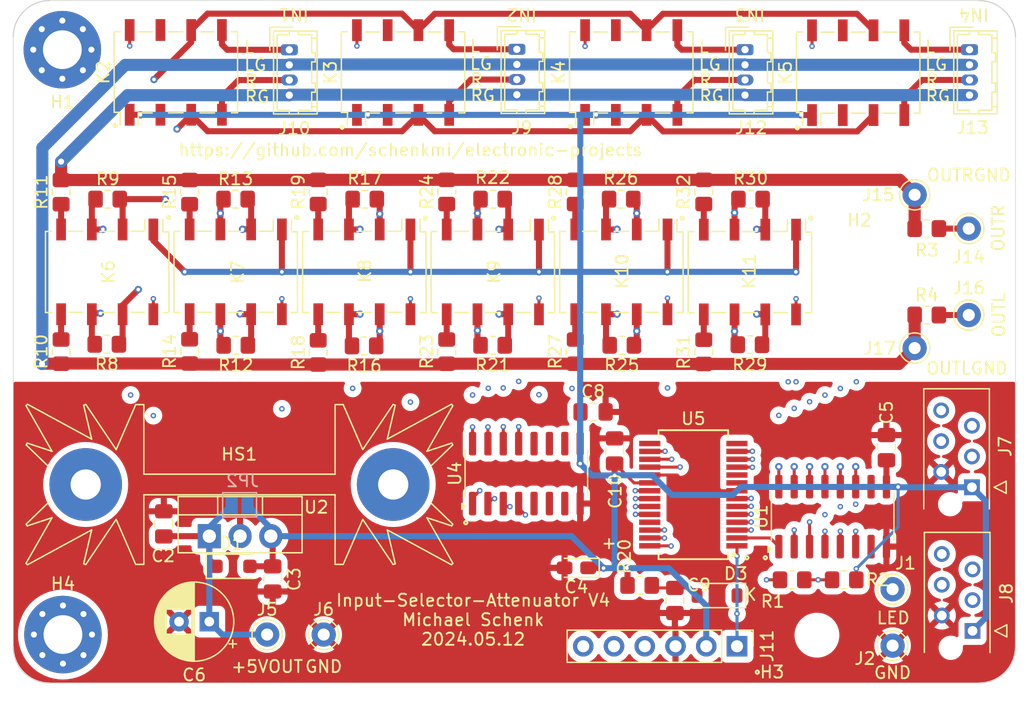
<source format=kicad_pcb>
(kicad_pcb (version 20240108) (generator "pcbnew") (generator_version "8.0")
  (layers (0 "F.Cu" mixed) (1 "In1.Cu" signal) (2 "In2.Cu" signal) (31 "B.Cu" mixed) (34 "B.Paste" user) (35 "F.Paste" user) (36 "B.SilkS" user "B.Silkscreen") (37 "F.SilkS" user "F.Silkscreen") (38 "B.Mask" user) (39 "F.Mask" user) (44 "Edge.Cuts" user))
  (net 0 "")
  (net 1 "GND")
  (net 2 "+5V")
  (net 3 "Net-(D3-A)")
  (net 4 "Net-(D3-K)")
  (net 5 "RC0{slash}CHA")
  (net 6 "Net-(J1-Pin_1)")
  (net 7 "RC2{slash}SW")
  (net 9 "GND1")
  (net 10 "GND2")
  (net 11 "Net-(K2-Pad3)")
  (net 12 "RC5{slash}CHA")
  (net 13 "RC7{slash}SW")
  (net 15 "Net-(J10-Pin_1)")
  (net 16 "Net-(J10-Pin_3)")
  (net 18 "Net-(J14-Pin_1)")
  (net 19 "Net-(K2-Pad6)")
  (net 20 "Net-(J16-Pin_1)")
  (net 21 "Net-(K6-Pad3)")
  (net 22 "Net-(J9-Pin_1)")
  (net 23 "Net-(J9-Pin_3)")
  (net 24 "Net-(J12-Pin_1)")
  (net 25 "Net-(J12-Pin_3)")
  (net 26 "Net-(J13-Pin_1)")
  (net 27 "Net-(J13-Pin_3)")
  (net 28 "ICSPDAT")
  (net 29 "ICSPCLK")
  (net 30 "Net-(U4-O1)")
  (net 31 "Net-(U4-O2)")
  (net 32 "Net-(U4-O3)")
  (net 41 "Net-(K7-Pad3)")
  (net 42 "Net-(K6-Pad4)")
  (net 43 "Net-(K6-Pad5)")
  (net 44 "Net-(K6-Pad6)")
  (net 45 "Net-(U4-O4)")
  (net 46 "Net-(K7-Pad6)")
  (net 47 "Net-(K7-Pad4)")
  (net 48 "Net-(K7-Pad5)")
  (net 49 "Net-(U1-O1)")
  (net 50 "Net-(K8-Pad4)")
  (net 51 "Net-(K8-Pad5)")
  (net 52 "Net-(U1-O2)")
  (net 53 "Net-(K9-Pad4)")
  (net 54 "Net-(K9-Pad5)")
  (net 55 "Net-(K8-Pad3)")
  (net 56 "Net-(K8-Pad6)")
  (net 57 "Net-(U1-O3)")
  (net 58 "Net-(K10-Pad4)")
  (net 59 "Net-(K10-Pad5)")
  (net 60 "Net-(K10-Pad7)")
  (net 61 "Net-(U1-O4)")
  (net 62 "Net-(K10-Pad6)")
  (net 63 "Net-(K11-Pad4)")
  (net 64 "Net-(K11-Pad5)")
  (net 65 "Net-(U1-O5)")
  (net 66 "Net-(U1-O6)")
  (net 67 "Net-(U5-RB5)")
  (net 70 "Net-(U4-I1)")
  (net 71 "Net-(U4-I2)")
  (net 72 "Net-(U4-I3)")
  (net 73 "ATT_0")
  (net 74 "ATT_1")
  (net 75 "ATT_2")
  (net 76 "ATT_3")
  (net 77 "ATT_4")
  (net 78 "ATT_5")
  (net 79 "Net-(U4-I4)")
  (net 86 "Net-(K10-Pad2)")
  (net 87 "Net-(K10-Pad3)")
  (net 93 "RC1{slash}CHB")
  (net 94 "RC6{slash}CHB")
  (net 95 "Net-(D1-K)")
  (footprint "Capacitor_SMD:C_0805_2012Metric_Pad1.18x1.45mm_HandSolder" (layer "F.Cu") (at 129.286 101.6508 90)
    (property "Reference" "C2")
    (property "Value" "330nF")
  )
  (footprint "Capacitor_SMD:C_0805_2012Metric_Pad1.18x1.45mm_HandSolder" (layer "F.Cu") (at 138.2776 106.2013 -90)
    (property "Reference" "C3")
    (property "Value" "100nF")
  )
  (footprint "Capacitor_SMD:C_0805_2012Metric_Pad1.18x1.45mm_HandSolder" (layer "F.Cu") (at 188.976 95.3555 -90)
    (property "Reference" "C5")
    (property "Value" "100nF")
  )
  (footprint "MountingHole:MountingHole_3.2mm_M3" (layer "F.Cu") (at 186.7408 80.772)
    (property "Reference" "H2")
    (property "Value" "MountingHole")
  )
  (footprint "MountingHole:MountingHole_3.2mm_M3" (layer "F.Cu") (at 183.2356 110.8456)
    (property "Reference" "H3")
    (property "Value" "MountingHole")
  )
  (footprint "MountingHole:MountingHole_3.2mm_M3_Pad_Via" (layer "F.Cu") (at 120.9548 110.7948)
    (property "Reference" "H4")
    (property "Value" "MountingHole")
  )
  (footprint "Connector_Pin:Pin_D1.0mm_L10.0mm" (layer "F.Cu") (at 189.484 107.047482)
    (property "Reference" "J1")
    (property "Value" "LED")
  )
  (footprint "Connector_Pin:Pin_D1.0mm_L10.0mm" (layer "F.Cu") (at 189.484 111.7092)
    (property "Reference" "J2")
    (property "Value" "GND")
  )
  (footprint "Connector_Pin:Pin_D1.0mm_L10.0mm" (layer "F.Cu") (at 137.8204 110.7948)
    (property "Reference" "J5")
    (property "Value" "+VIN")
  )
  (footprint "Connector_Pin:Pin_D1.0mm_L10.0mm" (layer "F.Cu") (at 142.494 110.7948)
    (property "Reference" "J6")
    (property "Value" "GND")
  )
  (footprint "Connector_Pin:Pin_D1.0mm_L10.0mm" (layer "F.Cu") (at 195.776364 77.263242)
    (property "Reference" "J14")
    (property "Value" "OUT_R")
  )
  (footprint "Connector_Pin:Pin_D1.0mm_L10.0mm" (layer "F.Cu") (at 191.306062 74.469242)
    (property "Reference" "J15")
    (property "Value" "OUT_GNDR")
  )
  (footprint "Connector_Pin:Pin_D1.0mm_L10.0mm" (layer "F.Cu") (at 195.776364 84.402499)
    (property "Reference" "J16")
    (property "Value" "OUT_L")
  )
  (footprint "Connector_Pin:Pin_D1.0mm_L10.0mm" (layer "F.Cu") (at 191.306062 87.131767)
    (property "Reference" "J17")
    (property "Value" "OUT_GNDL")
  )
  (footprint "Relay_SMD:Relay_DPDT_Omron_G6K-2F" (layer "F.Cu") (at 130.2766 64.3584 90)
    (property "Reference" "K2")
    (property "Value" "G6K-2F DC5")
  )
  (footprint "Relay_SMD:Relay_DPDT_Omron_G6K-2F" (layer "F.Cu") (at 149.0472 64.3688 90)
    (property "Reference" "K3")
    (property "Value" "G6K-2F DC5")
  )
  (footprint "Relay_SMD:Relay_DPDT_Omron_G6K-2F" (layer "F.Cu") (at 167.894 64.3688 90)
    (property "Reference" "K4")
    (property "Value" "G6K-2F DC5")
  )
  (footprint "Relay_SMD:Relay_DPDT_Omron_G6K-2F" (layer "F.Cu") (at 186.6392 64.3838 90)
    (property "Reference" "K5")
    (property "Value" "G6K-2F DC5")
  )
  (footprint "Resistor_SMD:R_0805_2012Metric_Pad1.20x1.40mm_HandSolder" (layer "F.Cu") (at 181.1876 106.2736)
    (property "Reference" "R1")
    (property "Value" "330R")
  )
  (footprint "Resistor_SMD:R_0805_2012Metric_Pad1.20x1.40mm_HandSolder" (layer "F.Cu") (at 185.4868 106.2736 180)
    (property "Reference" "R2")
    (property "Value" "330R")
  )
  (footprint "Resistor_SMD:R_0805_2012Metric_Pad1.20x1.40mm_HandSolder" (layer "F.Cu") (at 192.305964 84.402499)
    (property "Reference" "R4")
    (property "Value" "10k/0.1%")
  )
  (footprint "MountingHole:MountingHole_3.2mm_M3_Pad_Via" (layer "F.Cu") (at 120.904 62.484)
    (property "Reference" "H1")
    (property "Value" "MountingHole")
  )
  (footprint "Resistor_SMD:R_0805_2012Metric_Pad1.20x1.40mm_HandSolder" (layer "F.Cu") (at 192.305964 77.263242)
    (property "Reference" "R3")
    (property "Value" "10k/0.1%")
  )
  (footprint "Package_SO:SOIC-16_3.9x9.9mm_P1.27mm" (layer "F.Cu") (at 159.2326 97.4994 90)
    (property "Reference" "U4")
    (property "Value" "ULN2003A")
  )
  (footprint "Package_TO_SOT_THT:TO-220-3_Vertical" (layer "F.Cu") (at 133.0452 102.6668)
    (property "Reference" "U2")
    (property "Value" "L7805")
  )
  (footprint "Capacitor_Tantalum_SMD:CP_EIA-2012-12_Kemet-R_Pad1.30x1.05mm_HandSolder" (layer "F.Cu") (at 163.363 105.283 180)
    (property "Reference" "C4")
    (property "Value" "10uF")
  )
  (footprint "Package_SO:SOIC-16_3.9x9.9mm_P1.27mm" (layer "F.Cu") (at 184.531 101.0554 90)
    (property "Reference" "U1")
    (property "Value" "ULN2003A")
  )
  (footprint "Connector_TE-Connectivity:TE_Micro-MaTch_215079-6_2x03_P1.27mm_Vertical" (layer "F.Cu") (at 196.0372 98.6282 180)
    (property "Reference" "J7")
    (property "Value" "TE MicroMatch")
  )
  (footprint "Resistor_SMD:R_0805_2012Metric_Pad1.20x1.40mm_HandSolder" (layer "F.Cu") (at 135.2296 86.9 180)
    (property "Reference" "R12")
    (property "Value" "2.94k/0.1%")
  )
  (footprint "Capacitor_SMD:C_0805_2012Metric_Pad1.18x1.45mm_HandSolder" (layer "F.Cu") (at 164.7444 92.4052)
    (property "Reference" "C8")
    (property "Value" "100nF")
  )
  (footprint "Resistor_SMD:R_0805_2012Metric_Pad1.20x1.40mm_HandSolder" (layer "F.Cu") (at 156.448 74.8284 180)
    (property "Reference" "R22")
    (property "Value" "7.5k/0.1%")
  )
  (footprint "Connector_Hirose:Hirose_DF13-04P-1.25DSA_1x04_P1.25mm_Vertical" (layer "F.Cu") (at 139.6492 62.4932 -90)
    (property "Reference" "J10")
    (property "Value" "Conn_01x04")
  )
  (footprint "Heatsink:Heatsink_Fischer_SK104-STC-STIC_35x13mm_2xDrill2.5mm" (layer "F.Cu") (at 135.5344 98.3996)
    (property "Reference" "HS1")
    (property "Value" "Heatsink")
  )
  (footprint "Resistor_SMD:R_0805_2012Metric_Pad1.20x1.40mm_HandSolder" (layer "F.Cu") (at 135.2136 74.8284 180)
    (property "Reference" "R13")
    (property "Value" "2.94k/0.1%")
  )
  (footprint "Relay_SMD:Relay_DPDT_Omron_G6K-2F" (layer "F.Cu") (at 177.6984 80.8496 -90)
    (property "Reference" "K11")
    (property "Value" "G6K-2F DC5")
  )
  (footprint "Resistor_SMD:R_0805_2012Metric_Pad1.20x1.40mm_HandSolder" (layer "F.Cu") (at 173.8884 87.4428 90)
    (property "Reference" "R31")
    (property "Value" "40.2R/0.1%")
  )
  (footprint "Resistor_SMD:R_0805_2012Metric_Pad1.20x1.40mm_HandSolder" (layer "F.Cu") (at 167.116 86.9 180)
    (property "Reference" "R25")
    (property "Value" "9.31k/0.1%")
  )
  (footprint "Diode_SMD:D_SOD-123" (layer "F.Cu") (at 174.9816 107.572 180)
    (property "Reference" "D3")
    (property "Value" "1N4148W")
  )
  (footprint "Resistor_SMD:R_0805_2012Metric_Pad1.20x1.40mm_HandSolder" (layer "F.Cu") (at 131.4196 87.4052 90)
    (property "Reference" "R14")
    (property "Value" "24.3k/0.1%")
  )
  (footprint "Resistor_SMD:R_0805_2012Metric_Pad1.20x1.40mm_HandSolder" (layer "F.Cu") (at 145.8816 74.8284 180)
    (property "Reference" "R17")
    (property "Value" "4.99k/0.1%")
  )
  (footprint "Resistor_SMD:R_0805_2012Metric_Pad1.20x1.40mm_HandSolder" (layer "F.Cu") (at 124.5776 86.8172 180)
    (property "Reference" "R8")
    (property "Value" "1.58k/0.1%")
  )
  (footprint "Relay_SMD:Relay_DPDT_Omron_G6K-2F" (layer "F.Cu") (at 124.6124 80.836 -90)
    (property "Reference" "K6")
    (property "Value" "G6K-2F DC5")
  )
  (footprint "Resistor_SMD:R_0805_2012Metric_Pad1.20x1.40mm_HandSolder" (layer "F.Cu") (at 177.6984 86.8492 180)
    (property "Reference" "R29")
    (property "Value" "10k/0.1%")
  )
  (footprint "Relay_SMD:Relay_DPDT_Omron_G6K-2F" (layer "F.Cu") (at 135.2296 80.8308 -90)
    (property "Reference" "K7")
    (property "Value" "G6K-2F DC5")
  )
  (footprint "Capacitor_SMD:C_0805_2012Metric_Pad1.18x1.45mm_HandSolder" (layer "F.Cu") (at 166.5224 95.6271 90)
    (property "Reference" "C10")
    (property "Value" "100nF")
  )
  (footprint "Resistor_SMD:R_0805_2012Metric_Pad1.20x1.40mm_HandSolder" (layer "F.Cu") (at 177.7492 74.8284 180)
    (property "Reference" "R30")
    (property "Value" "10k/0.1%")
  )
  (footprint "Resistor_SMD:R_0805_2012Metric_Pad1.20x1.40mm_HandSolder" (layer "F.Cu") (at 120.8024 74.248 90)
    (property "Reference" "R11")
    (property "Value" "53.6k/0.1%")
  )
  (footprint "Resistor_SMD:R_0805_2012Metric_Pad1.20x1.40mm_HandSolder" (layer "F.Cu") (at 167.0652 74.8284 180)
    (property "Reference" "R26")
    (property "Value" "9.31k/0.1%")
  )
  (footprint "Connector_Hirose:Hirose_DF13-04P-1.25DSA_1x04_P1.25mm_Vertical" (layer "F.Cu") (at 158.4452 62.4532 -90)
    (property "Reference" "J9")
    (property "Value" "Conn_01x04")
  )
  (footprint "Resistor_SMD:R_0805_2012Metric_Pad1.20x1.40mm_HandSolder" (layer "F.Cu") (at 145.8308 86.9508 180)
    (property "Reference" "R16")
    (property "Value" "4.99k/0.1%")
  )
  (footprint "Capacitor_THT:CP_Radial_D6.3mm_P2.50mm" (layer "F.Cu") (at 133.0452 109.728 180)
    (property "Reference" "C6")
    (property "Value" "220uF/10V")
  )
  (footprint "Resistor_SMD:R_0805_2012Metric_Pad1.20x1.40mm_HandSolder" (layer "F.Cu") (at 163.2712 87.424 90)
    (property "Reference" "R27")
    (property "Value" "681R/0.1%")
  )
  (footprint "Resistor_SMD:R_0805_2012Metric_Pad1.20x1.40mm_HandSolder" (layer "F.Cu") (at 131.4196 74.248 90)
    (property "Reference" "R15")
    (property "Value" "24.3k/0.1%")
  )
  (footprint "Diode_SMD:D_SOD-123F" (layer "F.Cu") (at 134.998 105.156)
    (property "Reference" "D1")
    (property "Value" "SM4002PL-TP")
  )
  (footprint "Resistor_SMD:R_0805_2012Metric_Pad1.20x1.40mm_HandSolder" (layer "F.Cu") (at 156.448 86.9 180)
    (property "Reference" "R21")
    (property "Value" "7.5k/0.1%")
  )
  (footprint "Resistor_SMD:R_0805_2012Metric_Pad1.20x1.40mm_HandSolder" (layer "F.Cu") (at 124.6472 74.8284 180)
    (property "Reference" "R9")
    (property "Value" "1.58k/0.1%")
  )
  (footprint "Resistor_SMD:R_0805_2012Metric_Pad1.20x1.40mm_HandSolder" (layer "F.Cu") (at 120.8024 87.424 90)
    (property "Reference" "R10")
    (property "Value" "53.6k/0.1%")
  )
  (footprint "Resistor_SMD:R_0805_2012Metric_Pad1.20x1.40mm_HandSolder" (layer "F.Cu") (at 152.654 74.2348 90)
    (property "Reference" "R24")
    (property "Value" "3.32k/0.1%")
  )
  (footprint "Connector_TE-Connectivity:TE_Micro-MaTch_215079-6_2x03_P1.27mm_Vertical" (layer "F.Cu") (at 196.088 110.49 180)
    (property "Reference" "J8")
    (property "Value" "TE MicroMatch")
  )
  (footprint "Resistor_SMD:R_0805_2012Metric_Pad1.20x1.40mm_HandSolder" (layer "F.Cu") (at 163.2712 74.2348 90)
    (property "Reference" "R28")
    (property "Value" "681R/0.1%")
  )
  (footprint "Resistor_SMD:R_0805_2012Metric_Pad1.20x1.40mm_HandSolder" (layer "F.Cu") (at 152.654 87.424 90)
    (property "Reference" "R23")
    (property "Value" "3.32k/0.1%")
  )
  (footprint "Resistor_SMD:R_0805_2012Metric_Pad1.20x1.40mm_HandSolder" (layer "F.Cu") (at 142.039092 74.2348 90)
    (property "Reference" "R19")
    (property "Value" "10k/0.1%")
  )
  (footprint "Resistor_SMD:R_0805_2012Metric_Pad1.20x1.40mm_HandSolder" (layer "F.Cu") (at 168.5892 106.7308)
    (property "Reference" "R20")
    (property "Value" "4.7k")
  )
  (footprint "Connector_Hirose:Hirose_DF13-04P-1.25DSA_1x04_P1.25mm_Vertical" (layer "F.Cu") (at 195.834 62.484 -90)
    (property "Reference" "J13")
    (property "Value" "Conn_01x04")
  )
  (footprint "Relay_SMD:Relay_DPDT_Omron_G6K-2F" (layer "F.Cu") (at 167.0812 80.836 -90)
    (property "Reference" "K10")
    (property "Value" "G6K-2F DC5")
  )
  (footprint "Capacitor_SMD:C_0805_2012Metric_Pad1.18x1.45mm_HandSolder" (layer "F.Cu") (at 171.5008 107.9793 -90)
    (property "Reference" "C9")
    (property "Value" "10nF")
  )
  (footprint "Resistor_SMD:R_0805_2012Metric_Pad1.20x1.40mm_HandSolder" (layer "F.Cu") (at 142.039092 87.4908 90)
    (property "Reference" "R18")
    (property "Value" "10k/0.1%")
  )
  (footprint "Relay_SMD:Relay_DPDT_Omron_G6K-2F" (layer "F.Cu") (at 156.464 80.8412 -90)
    (property "Reference" "K9")
    (property "Value" "G6K-2F DC5")
  )
  (footprint "Resistor_SMD:R_0805_2012Metric_Pad1.20x1.40mm_HandSolder" (layer "F.Cu") (at 173.8884 74.2348 90)
    (property "Reference" "R32")
    (property "Value" "40.2R/0.1%")
  )
  (footprint "Relay_SMD:Relay_DPDT_Omron_G6K-2F" (layer "F.Cu") (at 145.849092 80.836 -90)
    (property "Reference" "K8")
    (property "Value" "G6K-2F DC5")
  )
  (footprint "Connector_PinHeader_2.54mm:PinHeader_1x06_P2.54mm_Vertical" (layer "F.Cu") (at 176.6316 111.76 -90)
    (property "Reference" "J11")
    (property "Value" "Conn_01x06_Male")
  )
  (footprint "Connector_Hirose:Hirose_DF13-04P-1.25DSA_1x04_P1.25mm_Vertical" (layer "F.Cu") (at 177.292 62.484 -90)
    (property "Reference" "J12")
    (property "Value" "Conn_01x04")
  )
  (footprint "Package_SO:SSOP-28_5.3x10.2mm_P0.65mm" (layer "F.Cu") (at 173.0248 99.2408 180)
    (property "Reference" "U5")
    (property "Value" "PIC16F18056-I/SS")
  )
  (footprint "Jumper:SolderJumper-2_P1.3mm_Open_Pad1.0x1.5mm" (layer "B.Cu") (at 135.5448 100.076)
    (property "Reference" "JP2")
    (property "Value" "SolderJumper_2_Open")
  )
  (gr_line (start 116.850329 111.797671) (end 116.850328 61.430328) (stroke (width 0.05)) (layer "Edge.Cuts"))
  (gr_line (start 196.63368 114.79768) (end 119.850329 114.797671) (stroke (width 0.05)) (layer "Edge.Cuts"))
  (gr_arc (start 199.63368 111.79768) (mid 198.755 113.919) (end 196.63368 114.79768) (stroke (width 0.1)) (layer "Edge.Cuts"))
  (gr_line (start 199.633674 61.430326) (end 199.63368 111.79768) (stroke (width 0.05)) (layer "Edge.Cuts"))
  (gr_arc (start 119.850329 114.797671) (mid 117.729 113.919) (end 116.850329 111.797671) (stroke (width 0.1)) (layer "Edge.Cuts"))
  (gr_arc (start 196.633674 58.430326) (mid 198.755 59.309) (end 199.633674 61.430326) (stroke (width 0.1)) (layer "Edge.Cuts"))
  (gr_arc (start 116.850328 61.430328) (mid 117.729 59.309) (end 119.850328 58.430328) (stroke (width 0.1)) (layer "Edge.Cuts"))
  (gr_line (start 119.850328 58.430328) (end 196.633674 58.430326) (stroke (width 0.05)) (layer "Edge.Cuts"))
  (gr_text "OUTL" (at 198.265564 84.402499 90) (layer "F.SilkS") (effects (font (size 1 1))))
  (gr_text "+5VOUT" (at 137.8204 113.4364 0) (layer "F.SilkS") (effects (font (size 1 1))))
  (gr_text "GND" (at 142.494 113.4364 0) (layer "F.SilkS") (effects (font (size 1 1))))
  (gr_text "GND" (at 189.484 113.9444 0) (layer "F.SilkS") (effects (font (size 1 1))))
  (gr_text "OUTLGND" (at 195.6308 88.7984 0) (layer "F.SilkS") (effects (font (size 1 1))))
  (gr_text "OUTRGND" (at 195.7832 72.8472 0) (layer "F.SilkS") (effects (font (size 1 1))))
  (gr_text "Input-Selector-Attenuator V4\nMichael Schenk\n2024.05.12" (at 154.8384 109.5756 0) (layer "F.SilkS") (effects (font (size 1 1))))
  (gr_text "LED" (at 189.5348 109.4232 0) (layer "F.SilkS") (effects (font (size 1 1))))
  (gr_text "IN2" (at 158.849918 59.5884 180) (layer "F.SilkS") (effects (font (size 1 1))))
  (gr_text "°" (at 178.9684 104.8512 0) (layer "F.SilkS") (effects (font (size 1 1))))
  (gr_text "https://github.com/schenkmi/electronic-projects" (at 149.6568 70.7644 0) (layer "F.SilkS") (effects (font (size 1 1))))
  (gr_text "°" (at 129.6924 76.7588 0) (layer "F.SilkS") (effects (font (size 1 1))))
  (gr_text "°" (at 154.2288 101.9556 0) (layer "F.SilkS") (effects (font (size 1 1))))
  (gr_text "L" (at 173.3804 62.8396 0) (layer "F.SilkS") (effects (font (size 1 1)) (justify left bottom)))
  (gr_text "R" (at 192.1256 65.5828 0) (layer "F.SilkS") (effects (font (size 1 1)) (justify left bottom)))
  (gr_text "°" (at 140.2588 76.7588 0) (layer "F.SilkS") (effects (font (size 1 1))))
  (gr_text "R" (at 135.89 65.6336 0) (layer "F.SilkS") (effects (font (size 1 1)) (justify left bottom)))
  (gr_text "°" (at 172.1104 76.8096 0) (layer "F.SilkS") (effects (font (size 1 1))))
  (gr_text "°" (at 162.8648 69.2404 0) (layer "F.SilkS") (effects (font (size 1 1))))
  (gr_text "LG" (at 154.4828 64.2112 0) (layer "F.SilkS") (effects (font (size 1 1)) (justify left bottom)))
  (gr_text "°" (at 181.61 69.342 0) (layer "F.SilkS") (effects (font (size 1 1))))
  (gr_text "°" (at 177.4444 104.8512 0) (layer "F.SilkS") (effects (font (size 1 1))))
  (gr_text "°" (at 161.4932 76.8096 0) (layer "F.SilkS") (effects (font (size 1 1))))
  (gr_text "L" (at 192.0748 62.8396 0) (layer "F.SilkS") (effects (font (size 1 1)) (justify left bottom)))
  (gr_text "R" (at 154.5336 65.532 0) (layer "F.SilkS") (effects (font (size 1 1)) (justify left bottom)))
  (gr_text "RG" (at 192.1256 66.9036 0) (layer "F.SilkS") (effects (font (size 1 1)) (justify left bottom)))
  (gr_text "°" (at 150.876 76.8096 0) (layer "F.SilkS") (effects (font (size 1 1))))
  (gr_text "L" (at 135.8392 62.8904 0) (layer "F.SilkS") (effects (font (size 1 1)) (justify left bottom)))
  (gr_text "LG" (at 135.8392 64.3128 0) (layer "F.SilkS") (effects (font (size 1 1)) (justify left bottom)))
  (gr_text "LG" (at 173.3804 64.262 0) (layer "F.SilkS") (effects (font (size 1 1)) (justify left bottom)))
  (gr_text "°" (at 178.308 114.3 0) (layer "F.SilkS") (effects (font (size 1 1))))
  (gr_text "°" (at 144.018 69.2912 0) (layer "F.SilkS") (effects (font (size 1 1))))
  (gr_text "L" (at 154.4828 62.7888 0) (layer "F.SilkS") (effects (font (size 1 1)) (justify left bottom)))
  (gr_text "°" (at 182.7276 76.8096 0) (layer "F.SilkS") (effects (font (size 1 1))))
  (gr_text "R" (at 173.4312 65.5828 0) (layer "F.SilkS") (effects (font (size 1 1)) (justify left bottom)))
  (gr_text "IN1" (at 140.0048 59.5884 180) (layer "F.SilkS") (effects (font (size 1 1))))
  (gr_text "K" (at 177.7492 107.4928 0) (layer "F.SilkS") (effects (font (size 1 1))))
  (gr_text "LG" (at 192.0748 64.262 0) (layer "F.SilkS") (effects (font (size 1 1)) (justify left bottom)))
  (gr_text "+" (at 165.348 103.7984 0) (layer "F.SilkS") (effects (font (size 1 1)) (justify left bottom)))
  (gr_text "RG" (at 154.5336 66.8528 0) (layer "F.SilkS") (effects (font (size 1 1)) (justify left bottom)))
  (gr_text "IN3" (at 177.699436 59.5884 180) (layer "F.SilkS") (effects (font (size 1 1))))
  (gr_text "°" (at 125.2728 69.1388 0) (layer "F.SilkS") (effects (font (size 1 1))))
  (gr_text "IN4" (at 196.1896 59.5884 180) (layer "F.SilkS") (effects (font (size 1 1))))
  (gr_text "RG" (at 135.89 66.9544 0) (layer "F.SilkS") (effects (font (size 1 1)) (justify left bottom)))
  (gr_text "OUTR" (at 198.214764 77.212442 90) (layer "F.SilkS") (effects (font (size 1 1))))
  (gr_text "RG" (at 173.4312 66.9036 0) (layer "F.SilkS") (effects (font (size 1 1)) (justify left bottom)))
  (segment (start 172.9822 98.9158) (end 171.6822 97.6158) (width 0.25) (layer "F.Cu") (net 1))
  (segment (start 176.6248 98.9158) (end 172.9822 98.9158) (width 0.25) (layer "F.Cu") (net 1))
  (segment (start 169.4248 97.6158) (end 171.6822 97.6158) (width 0.25) (layer "F.Cu") (net 1))
  (segment (start 169.4248 98.2658) (end 168.1236 98.2658) (width 0.25) (layer "F.Cu") (net 2))
  (segment (start 188.976 98.5804) (end 188.976 96.393) (width 0.5) (layer "F.Cu") (net 2))
  (segment (start 136.398 105.156) (end 138.2698 105.156) (width 0.5) (layer "F.Cu") (net 2))
  (segment (start 170.8912 80.8228) (end 170.878 80.836) (width 0.5) (layer "F.Cu") (net 2))
  (segment (start 139.0396 80.836) (end 139.0396 77.3308) (width 0.5) (layer "F.Cu") (net 2))
  (segment (start 181.5084 80.8228) (end 181.4952 80.836) (width 0.5) (layer "F.Cu") (net 2))
  (segment (start 145.2372 67.8688) (end 146.1516 67.8688) (width 0.5) (layer "F.Cu") (net 2))
  (segment (start 165.5826 105.283) (end 165.608 105.3084) (width 0.5) (layer "F.Cu") (net 2))
  (segment (start 149.659092 80.833708) (end 149.6568 80.836) (width 0.5) (layer "F.Cu") (net 2))
  (segment (start 181.5084 77.3496) (end 181.5084 80.8228) (width 0.5) (layer "F.Cu") (net 2))
  (segment (start 164.338 105.283) (end 165.5826 105.283) (width 0.5) (layer "F.Cu") (net 2))
  (segment (start 128.4224 78.2452) (end 131.0132 80.836) (width 0.5) (layer "F.Cu") (net 2))
  (segment (start 186.4868 106.2736) (end 186.4868 105.3592) (width 0.25) (layer "F.Cu") (net 2))
  (segment (start 168.1236 98.2658) (end 166.5224 96.6646) (width 0.25) (layer "F.Cu") (net 2))
  (segment (start 128.4224 77.336) (end 128.4224 78.2452) (width 0.5) (layer "F.Cu") (net 2))
  (segment (start 170.8912 77.336) (end 170.8912 80.8228) (width 0.5) (layer "F.Cu") (net 2))
  (segment (start 149.659092 77.336) (end 149.659092 80.833708) (width 0.5) (layer "F.Cu") (net 2))
  (segment (start 127.3452 67.8584) (end 127.3556 67.8688) (width 0.5) (layer "F.Cu") (net 2))
  (segment (start 181.9298 67.8838) (end 181.9148 67.8688) (width 0.5) (layer "F.Cu") (net 2))
  (segment (start 160.274 80.836) (end 160.274 77.3412) (width 0.5) (layer "F.Cu") (net 2))
  (segment (start 163.6776 95.0244) (end 163.6776 96.6724) (width 0.5) (layer "F.Cu") (net 2))
  (segment (start 138.2776 105.1638) (end 138.2776 102.8192) (width 0.5) (layer "F.Cu") (net 2))
  (segment (start 164.084 67.8688) (end 164.9984 67.8688) (width 0.5) (layer "F.Cu") (net 2))
  (segment (start 166.5224 96.6646) (end 166.5224 97.6511) (width 0.5) (layer "F.Cu") (net 2))
  (segment (start 167.5892 106.7308) (end 167.5892 105.3592) (width 0.5) (layer "F.Cu") (net 2))
  (segment (start 189.9412 98.6028) (end 188.9984 98.6028) (width 0.5) (layer "F.Cu") (net 2))
  (segment (start 138.1252 102.6668) (end 138.1252 103.0732) (width 0.5) (layer "F.Cu") (net 2))
  (segment (start 138.2698 105.156) (end 138.2776 105.1638) (width 0.5) (layer "F.Cu") (net 2))
  (segment (start 167.5892 105.3592) (end 167.5384 105.3084) (width 0.5) (layer "F.Cu") (net 2))
  (segment (start 126.4666 67.8584) (end 127.3452 67.8584) (width 0.5) (layer "F.Cu") (net 2))
  (segment (start 163.6776 95.0244) (end 163.6776 92.4345) (width 0.5) (layer "F.Cu") (net 2))
  (segment (start 182.8292 67.8838) (end 181.9298 67.8838) (width 0.5) (layer "F.Cu") (net 2))
  (via (at 160.274 80.836) (size 0.6) (drill 0.3) (layers "F.Cu" "B.Cu") (net 2))
  (via (at 163.6776 96.6724) (size 0.6) (drill 0.3) (layers "F.Cu" "B.Cu") (net 2))
  (via (at 165.608 105.3084) (size 0.6) (drill 0.3) (layers "F.Cu" "B.Cu") (net 2))
  (via (at 167.5384 105.3084) (size 0.6) (drill 0.3) (layers "F.Cu" "B.Cu") (net 2))
  (via (at 170.878 80.836) (size 0.6) (drill 0.3) (layers "F.Cu" "B.Cu") (net 2))
  (via (at 189.9412 98.6028) (size 0.6) (drill 0.3) (layers "F.Cu" "B.Cu") (net 2))
  (via (at 131.0132 80.836) (size 0.6) (drill 0.3) (layers "F.Cu" "B.Cu") (net 2))
  (via (at 149.6568 80.836) (size 0.6) (drill 0.3) (layers "F.Cu" "B.Cu") (net 2))
  (via (at 186.4868 105.3592) (size 0.45) (drill 0.225) (layers "F.Cu" "B.Cu") (net 2))
  (via (at 166.5224 97.6511) (size 0.6) (drill 0.3) (layers "F.Cu" "B.Cu") (net 2))
  (via (at 127.3556 67.8688) (size 0.6) (drill 0.3) (layers "F.Cu" "B.Cu") (net 2))
  (via (at 139.0396 80.836) (size 0.6) (drill 0.3) (layers "F.Cu" "B.Cu") (net 2))
  (via (at 181.4952 80.836) (size 0.6) (drill 0.3) (layers "F.Cu" "B.Cu") (net 2))
  (via (at 181.9148 67.8688) (size 0.6) (drill 0.3) (layers "F.Cu" "B.Cu") (net 2))
  (via (at 146.1516 67.8688) (size 0.6) (drill 0.3) (layers "F.Cu" "B.Cu") (net 2))
  (via (at 164.9984 67.8688) (size 0.6) (drill 0.3) (layers "F.Cu" "B.Cu") (net 2))
  (segment (start 196.088 110.49) (end 197.188 109.39) (width 0.5) (layer "B.Cu") (net 2))
  (segment (start 162.9664 102.6668) (end 155.448 102.6668) (width 0.5) (layer "B.Cu") (net 2))
  (segment (start 189.9666 98.6282) (end 189.9412 98.6028) (width 0.5) (layer "B.Cu") (net 2))
  (segment (start 167.5384 105.3084) (end 170.9928 105.3084) (width 0.5) (layer "B.Cu") (net 2))
  (segment (start 166.5359 97.6376) (end 166.5224 97.6511) (width 0.5) (layer "B.Cu") (net 2))
  (segment (start 176.9364 98.6028) (end 176.276 99.2632) (width 0.5) (layer "B.Cu") (net 2))
  (segment (start 138.1252 102.0064) (end 136.1948 100.076) (width 0.5) (layer "B.Cu") (net 2))
  (segment (start 163.6908 67.9328) (end 163.6268 67.8688) (width 0.5) (layer "B.Cu") (net 2))
  (segment (start 189.9412 98.6028) (end 176.9364 98.6028) (width 0.5) (layer "B.Cu") (net 2))
  (segment (start 186.4868 105.3592) (end 189.9412 101.9048) (width 0.25) (layer "B.Cu") (net 2))
  (segment (start 171.2468 99.2632) (end 169.6212 97.6376) (width 0.5) (layer "B.Cu") (net 2))
  (segment (start 165.608 105.3084) (end 162.9664 102.6668) (width 0.5) (layer "B.Cu") (net 2))
  (segment (start 149.6568 80.836) (end 160.274 80.836) (width 0.5) (layer "B.Cu") (net 2))
  (segment (start 163.6908 80.836) (end 170.878 80.836) (width 0.5) (layer "B.Cu") (net 2))
  (segment (start 167.5384 105.3084) (end 166.4716 105.3084) (width 0.5) (layer "B.Cu") (net 2))
  (segment (start 149.6568 80.836) (end 139.0396 80.836) (width 0.5) (layer "B.Cu") (net 2))
  (segment (start 163.6776 80.8492) (end 163.6908 80.836) (width 0.5) (layer "B.Cu") (net 2))
  (segment (start 164.9984 67.8688) (end 163.6268 67.8688) (width 0.5) (layer "B.Cu") (net 2))
  (segment (start 166.4716 105.3084) (end 165.608 105.3084) (width 0.5) (layer "B.Cu") (net 2))
  (segment (start 174.0916 108.5088) (end 174.0916 111.76) (width 0.5) (layer "B.Cu") (net 2))
  (segment (start 138.1252 102.6668) (end 138.1252 102.0064) (width 0.5) (layer "B.Cu") (net 2))
  (segment (start 166.5224 97.6511) (end 166.5224 105.2576) (width 0.5) (layer "B.Cu") (net 2))
  (segment (start 155.448 102.6668) (end 138.1252 102.6668) (width 0.5) (layer "B.Cu") (net 2))
  (segment (start 169.6212 97.6376) (end 166.5359 97.6376) (width 0.5) (layer "B.Cu") (net 2))
  (segment (start 166.5224 97.6511) (end 164.6563 97.6511) (width 0.5) (layer "B.Cu") (net 2))
  (segment (start 174.1424 108.458) (end 174.0916 108.5088) (width 0.5) (layer "B.Cu") (net 2))
  (segment (start 170.878 80.836) (end 181.4952 80.836) (width 0.5) (layer "B.Cu") (net 2))
  (segment (start 166.5224 105.2576) (end 166.4716 105.3084) (width 0.5) (layer "B.Cu") (net 2))
  (segment (start 139.0396 80.836) (end 131.0132 80.836) (width 0.5) (layer "B.Cu") (net 2))
  (segment (start 176.276 99.2632) (end 171.2468 99.2632) (width 0.5) (layer "B.Cu") (net 2))
  (segment (start 189.9412 101.9048) (end 189.9412 98.6028) (width 0.25) (layer "B.Cu") (net 2))
  (segment (start 163.6908 80.836) (end 163.6908 67.9328) (width 0.5) (layer "B.Cu") (net 2))
  (segment (start 160.274 80.836) (end 163.6908 80.836) (width 0.5) (layer "B.Cu") (net 2))
  (segment (start 127.3556 67.8688) (end 146.1516 67.8688) (width 0.5) (layer "B.Cu") (net 2))
  (segment (start 163.6268 67.8688) (end 146.1516 67.8688) (width 0.5) (layer "B.Cu") (net 2))
  (segment (start 181.9148 67.8688) (end 164.9984 67.8688) (width 0.5) (layer "B.Cu") (net 2))
  (segment (start 196.0372 98.6282) (end 189.9666 98.6282) (width 0.5) (layer "B.Cu") (net 2))
  (segment (start 164.6563 97.6511) (end 163.6776 96.6724) (width 0.5) (layer "B.Cu") (net 2))
  (segment (start 197.188 109.39) (end 197.188 99.779) (width 0.5) (layer "B.Cu") (net 2))
  (segment (start 170.9928 105.3084) (end 174.1424 108.458) (width 0.5) (layer "B.Cu") (net 2))
  (segment (start 197.188 99.779) (end 196.0372 98.6282) (width 0.5) (layer "B.Cu") (net 2))
  (segment (start 163.6776 96.6724) (end 163.6776 80.8492) (width 0.5) (layer "B.Cu") (net 2))
  (segment (start 169.8002 106.9418) (end 169.5892 106.7308) (width 0.25) (layer "F.Cu") (net 3))
  (segment (start 171.5008 106.9418) (end 172.7014 106.9418) (width 0.25) (layer "F.Cu") (net 3))
  (segment (start 171.5008 106.9418) (end 169.8002 106.9418) (width 0.25) (layer "F.Cu") (net 3))
  (segment (start 172.7014 106.9418) (end 173.3316 107.572) (width 0.25) (layer "F.Cu") (net 3))
  (segment (start 176.6316 104.3208) (end 176.6316 103.4726) (width 0.25) (layer "F.Cu") (net 4))
  (segment (start 176.6316 107.572) (end 176.6316 109.0676) (width 0.25) (layer "F.Cu") (net 4))
  (via (at 176.6316 104.3208) (size 0.45) (drill 0.225) (layers "F.Cu" "B.Cu") (net 4))
  (via (at 176.6316 109.0676) (size 0.45) (drill 0.225) (layers "F.Cu" "B.Cu") (net 4))
  (segment (start 176.6316 109.0676) (end 176.6316 111.76) (width 0.25) (layer "B.Cu") (net 4))
  (segment (start 176.6316 104.3208) (end 176.6316 109.0676) (width 0.25) (layer "B.Cu") (net 4))
  (segment (start 176.6248 96.9658) (end 177.8902 96.9658) (width 0.25) (layer "F.Cu") (net 5))
  (segment (start 177.8902 96.9658) (end 177.9016 96.9772) (width 0.25) (layer "F.Cu") (net 5))
  (via (at 177.9016 96.9772) (size 0.45) (drill 0.225) (layers "F.Cu" "B.Cu") (net 5))
  (segment (start 184.4868 106.2736) (end 183.3372 106.2736) (width 0.25) (layer "F.Cu") (net 6))
  (segment (start 183.3372 106.2736) (end 182.1876 106.2736) (width 0.25) (layer "F.Cu") (net 6))
  (via (at 183.3372 106.2736) (size 0.45) (drill 0.225) (layers "F.Cu" "B.Cu") (net 6))
  (segment (start 176.6248 95.6658) (end 177.8922 95.6658) (width 0.25) (layer "F.Cu") (net 7))
  (segment (start 177.8922 95.6658) (end 177.9016 95.6564) (width 0.25) (layer "F.Cu") (net 7))
  (via (at 177.9016 95.6564) (size 0.45) (drill 0.225) (layers "F.Cu" "B.Cu") (net 7))
  (segment (start 191.306062 87.131767) (end 191.306062 84.402597) (width 1) (layer "F.Cu") (net 9))
  (segment (start 152.654 88.424) (end 163.2712 88.424) (width 1) (layer "F.Cu") (net 9))
  (segment (start 173.8884 88.4428) (end 189.995029 88.4428) (width 1) (layer "F.Cu") (net 9))
  (segment (start 119.2464 88.424) (end 119.2276 88.4428) (width 1) (layer "F.Cu") (net 9))
  (segment (start 142.039092 88.4908) (end 152.5872 88.4908) (width 1) (layer "F.Cu") (net 9))
  (segment (start 189.995029 88.4428) (end 191.306062 87.131767) (width 1) (layer "F.Cu") (net 9))
  (segment (start 142.039092 88.4908) (end 131.5052 88.4908) (width 1) (layer "F.Cu") (net 9))
  (segment (start 131.4196 88.4052) (end 120.8212 88.4052) (width 1) (layer "F.Cu") (net 9))
  (segment (start 173.8884 88.4428) (end 163.29 88.4428) (width 1) (layer "F.Cu") (net 9))
  (segment (start 120.8024 88.424) (end 119.2464 88.424) (width 1) (layer "F.Cu") (net 9))
  (via (at 119.2276 88.4428) (size 1) (drill 0.5) (layers "F.Cu" "B.Cu") (net 9))
  (segment (start 126.0964 63.7432) (end 119.253 70.5866) (width 1) (layer "B.Cu") (net 9))
  (segment (start 158.4452 63.7032) (end 139.6892 63.7032) (width 1) (layer "B.Cu") (net 9))
  (segment (start 177.2612 63.7032) (end 177.292 63.734) (width 1) (layer "B.Cu") (net 9))
  (segment (start 119.253 88.4174) (end 119.2276 88.4428) (width 1) (layer "B.Cu") (net 9))
  (segment (start 139.6892 63.7032) (end 139.6492 63.7432) (width 1) (layer "B.Cu") (net 9))
  (segment (start 139.6492 63.7432) (end 126.0964 63.7432) (width 1) (layer "B.Cu") (net 9))
  (segment (start 158.4452 63.7032) (end 177.2612 63.7032) (width 1) (layer "B.Cu") (net 9))
  (segment (start 177.292 63.734) (end 195.834 63.734) (width 1) (layer "B.Cu") (net 9))
  (segment (start 119.253 70.5866) (end 119.253 88.4174) (width 1) (layer "B.Cu") (net 9))
  (segment (start 163.2712 73.2348) (end 173.8884 73.2348) (width 1) (layer "F.Cu") (net 10))
  (segment (start 191.305964 77.263242) (end 191.305964 74.46934) (width 1) (layer "F.Cu") (net 10))
  (segment (start 120.8024 73.248) (end 131.4196 73.248) (width 1) (layer "F.Cu") (net 10))
  (segment (start 131.4196 73.248) (end 142.025892 73.248) (width 1) (layer "F.Cu") (net 10))
  (segment (start 190.07162 73.2348) (end 191.306062 74.469242) (width 1) (layer "F.Cu") (net 10))
  (segment (start 120.8024 73.248) (end 120.8024 71.7296) (width 1) (layer "F.Cu") (net 10))
  (segment (start 142.039092 73.2348) (end 152.654 73.2348) (width 1) (layer "F.Cu") (net 10))
  (segment (start 173.8884 73.2348) (end 190.07162 73.2348) (width 1) (layer "F.Cu") (net 10))
  (segment (start 152.654 73.2348) (end 163.2712 73.2348) (width 1) (layer "F.Cu") (net 10))
  (via (at 120.8024 71.7296) (size 1) (drill 0.5) (layers "F.Cu" "B.Cu") (net 10))
  (segment (start 120.8024 71.7296) (end 126.2888 66.2432) (width 1) (layer "B.Cu") (net 10))
  (segment (start 158.4452 66.2032) (end 139.6892 66.2032) (width 1) (layer "B.Cu") (net 10))
  (segment (start 158.4452 66.2032) (end 177.2612 66.2032) (width 1) (layer "B.Cu") (net 10))
  (segment (start 126.2888 66.2432) (end 139.6492 66.2432) (width 1) (layer "B.Cu") (net 10))
  (segment (start 177.292 66.234) (end 195.834 66.234) (width 1) (layer "B.Cu") (net 10))
  (segment (start 177.2612 66.2032) (end 177.292 66.234) (width 1) (layer "B.Cu") (net 10))
  (segment (start 139.6892 66.2032) (end 139.6492 66.2432) (width 1) (layer "B.Cu") (net 10))
  (segment (start 131.5466 67.8688) (end 130.3782 69.0372) (width 0.5) (layer "F.Cu") (net 11))
  (segment (start 170.529 69.2338) (end 186.5592 69.2338) (width 0.5) (layer "F.Cu") (net 11))
  (segment (start 131.5466 67.8584) (end 132.907 69.2188) (width 0.5) (layer "F.Cu") (net 11))
  (segment (start 169.164 67.8688) (end 170.529 69.2338) (width 0.5) (layer "F.Cu") (net 11))
  (segment (start 167.814 69.2188) (end 169.164 67.8688) (width 0.5) (layer "F.Cu") (net 11))
  (segment (start 132.907 69.2188) (end 148.9672 69.2188) (width 0.5) (layer "F.Cu") (net 11))
  (segment (start 148.9672 69.2188) (end 150.3172 67.8688) (width 0.5) (layer "F.Cu") (net 11))
  (segment (start 151.6672 69.2188) (end 167.814 69.2188) (width 0.5) (layer "F.Cu") (net 11))
  (segment (start 125.8824 77.336) (end 125.8824 75.0636) (width 0.5) (layer "F.Cu") (net 11))
  (segment (start 186.5592 69.2338) (end 187.9092 67.8838) (width 0.5) (layer "F.Cu") (net 11))
  (segment (start 125.6472 74.8284) (end 129.413 74.8284) (width 0.5) (layer "F.Cu") (net 11))
  (segment (start 150.3172 67.8688) (end 151.6672 69.2188) (width 0.5) (layer "F.Cu") (net 11))
  (via (at 129.413 74.8284) (size 0.6) (drill 0.3) (layers "F.Cu" "B.Cu") (net 11))
  (via (at 130.3782 69.0372) (size 0.6) (drill 0.3) (layers "F.Cu" "B.Cu") (net 11))
  (segment (start 170.688 95.6564) (end 169.4342 95.6564) (width 0.25) (layer "F.Cu") (net 12))
  (via (at 170.688 95.6564) (size 0.45) (drill 0.225) (layers "F.Cu" "B.Cu") (net 12))
  (segment (start 169.4248 96.9658) (end 171.9186 96.9658) (width 0.25) (layer "F.Cu") (net 13))
  (segment (start 171.9186 96.9658) (end 171.926758 96.957642) (width 0.25) (layer "F.Cu") (net 13))
  (via (at 171.926758 96.957642) (size 0.45) (drill 0.225) (layers "F.Cu" "B.Cu") (net 13))
  (segment (start 134.0866 62.0522) (end 134.0866 60.8584) (width 0.5) (layer "F.Cu") (net 15))
  (segment (start 139.6492 62.4932) (end 134.5276 62.4932) (width 0.5) (layer "F.Cu") (net 15))
  (segment (start 134.5276 62.4932) (end 134.0866 62.0522) (width 0.5) (layer "F.Cu") (net 15))
  (segment (start 135.4636 64.9932) (end 139.6492 64.9932) (width 0.5) (layer "F.Cu") (net 16))
  (segment (start 134.0866 67.8584) (end 134.0866 66.3702) (width 0.5) (layer "F.Cu") (net 16))
  (segment (start 134.0866 66.3702) (end 135.4636 64.9932) (width 0.5) (layer "F.Cu") (net 16))
  (segment (start 195.776364 77.263242) (end 193.305964 77.263242) (width 0.5) (layer "F.Cu") (net 18))
  (segment (start 176.4284 77.3496) (end 176.4284 75.946) (width 0.5) (layer "F.Cu") (net 18))
  (segment (start 176.4284 75.946) (end 176.4284 75.1492) (width 0.5) (layer "F.Cu") (net 18))
  (via (at 176.4284 75.946) (size 0.6) (drill 0.3) (layers "F.Cu" "B.Cu") (net 18))
  (segment (start 131.5466 60.8584) (end 131.5466 61.8744) (width 0.5) (layer "F.Cu") (net 19))
  (segment (start 150.3172 60.8688) (end 151.6672 59.5188) (width 0.5) (layer "F.Cu") (net 19))
  (segment (start 131.5466 61.8744) (end 128.4732 64.9478) (width 0.5) (layer "F.Cu") (net 19))
  (segment (start 186.5442 59.5188) (end 187.9092 60.8838) (width 0.5) (layer "F.Cu") (net 19))
  (segment (start 125.8824 84.336) (end 125.8824 86.5124) (width 0.5) (layer "F.Cu") (net 19))
  (segment (start 170.514 59.5188) (end 186.5442 59.5188) (width 0.5) (layer "F.Cu") (net 19))
  (segment (start 131.5466 60.8584) (end 132.8966 59.5084) (width 0.5) (layer "F.Cu") (net 19))
  (segment (start 132.8966 59.5084) (end 148.9568 59.5084) (width 0.5) (layer "F.Cu") (net 19))
  (segment (start 125.8824 84.336) (end 125.8824 83.5914) (width 0.5) (layer "F.Cu") (net 19))
  (segment (start 169.164 60.8688) (end 170.514 59.5188) (width 0.5) (layer "F.Cu") (net 19))
  (segment (start 125.8824 83.5914) (end 127.1778 82.296) (width 0.5) (layer "F.Cu") (net 19))
  (segment (start 148.9568 59.5084) (end 150.3172 60.8688) (width 0.5) (layer "F.Cu") (net 19))
  (segment (start 167.814 59.5188) (end 169.164 60.8688) (width 0.5) (layer "F.Cu") (net 19))
  (segment (start 151.6672 59.5188) (end 167.814 59.5188) (width 0.5) (layer "F.Cu") (net 19))
  (via (at 127.1778 82.296) (size 0.6) (drill 0.3) (layers "F.Cu" "B.Cu") (net 19))
  (via (at 128.4732 64.9478) (size 0.6) (drill 0.3) (layers "F.Cu" "B.Cu") (net 19))
  (segment (start 176.4284 85.7504) (end 176.4284 86.5792) (width 0.5) (layer "F.Cu") (net 20))
  (segment (start 195.776364 84.402499) (end 193.305964 84.402499) (width 0.5) (layer "F.Cu") (net 20))
  (segment (start 176.4284 84.3496) (end 176.4284 85.7504) (width 0.5) (layer "F.Cu") (net 20))
  (via (at 176.4284 85.7504) (size 0.6) (drill 0.3) (layers "F.Cu" "B.Cu") (net 20))
  (segment (start 124.2384 77.336) (end 124.2568 77.3176) (width 0.5) (layer "F.Cu") (net 21))
  (segment (start 135.7884 77.3176) (end 136.4864 77.3176) (width 0.5) (layer "F.Cu") (net 21))
  (segment (start 123.3424 77.336) (end 124.2384 77.336) (width 0.5) (layer "F.Cu") (net 21))
  (segment (start 123.3424 77.336) (end 123.3424 75.1332) (width 0.5) (layer "F.Cu") (net 21))
  (segment (start 136.4996 77.3308) (end 136.4996 75.1144) (width 0.5) (layer "F.Cu") (net 21))
  (via (at 124.2568 77.3176) (size 0.6) (drill 0.3) (layers "F.Cu" "B.Cu") (net 21))
  (via (at 135.7884 77.3176) (size 0.6) (drill 0.3) (layers "F.Cu" "B.Cu") (net 21))
  (segment (start 158.4452 62.4532) (end 153.2328 62.4532) (width 0.5) (layer "F.Cu") (net 22))
  (segment (start 153.2328 62.4532) (end 152.8572 62.0776) (width 0.5) (layer "F.Cu") (net 22))
  (segment (start 152.8572 62.0776) (end 152.8572 60.8688) (width 0.5) (layer "F.Cu") (net 22))
  (segment (start 152.8572 66.7512) (end 154.6552 64.9532) (width 0.5) (layer "F.Cu") (net 23))
  (segment (start 152.8572 67.8688) (end 152.8572 66.7512) (width 0.5) (layer "F.Cu") (net 23))
  (segment (start 154.6552 64.9532) (end 158.4452 64.9532) (width 0.5) (layer "F.Cu") (net 23))
  (segment (start 177.292 62.484) (end 172.0596 62.484) (width 0.5) (layer "F.Cu") (net 24))
  (segment (start 172.0596 62.484) (end 171.704 62.1284) (width 0.5) (layer "F.Cu") (net 24))
  (segment (start 171.704 62.1284) (end 171.704 60.8688) (width 0.5) (layer "F.Cu") (net 24))
  (segment (start 171.704 67.8688) (end 171.704 66.3956) (width 0.5) (layer "F.Cu") (net 25))
  (segment (start 173.1372 64.984) (end 177.292 64.984) (width 0.5) (layer "F.Cu") (net 25))
  (segment (start 171.704 66.3956) (end 173.1264 64.9732) (width 0.5) (layer "F.Cu") (net 25))
  (segment (start 173.1264 64.9732) (end 173.1372 64.984) (width 0.5) (layer "F.Cu") (net 25))
  (segment (start 190.4492 61.9252) (end 190.4492 60.8838) (width 0.5) (layer "F.Cu") (net 26))
  (segment (start 191.008 62.484) (end 190.4492 61.9252) (width 0.5) (layer "F.Cu") (net 26))
  (segment (start 195.834 62.484) (end 191.008 62.484) (width 0.5) (layer "F.Cu") (net 26))
  (segment (start 190.4492 66.4464) (end 191.9116 64.984) (width 0.5) (layer "F.Cu") (net 27))
  (segment (start 191.9116 64.984) (end 195.834 64.984) (width 0.5) (layer "F.Cu") (net 27))
  (segment (start 190.4492 67.8838) (end 190.4492 66.4464) (width 0.5) (layer "F.Cu") (net 27))
  (segment (start 169.4248 103.4658) (end 171.1729 103.4658) (width 0.25) (layer "F.Cu") (net 28))
  (segment (start 171.1729 103.4658) (end 171.1867 103.4796) (width 0.25) (layer "F.Cu") (net 28))
  (via (at 171.1867 103.4796) (size 0.45) (drill 0.225) (layers "F.Cu" "B.Cu") (net 28))
  (segment (start 169.4248 102.8158) (end 170.5898 102.8158) (width 0.25) (layer "F.Cu") (net 29))
  (via (at 170.6372 102.8192) (size 0.45) (drill 0.225) (layers "F.Cu" "B.Cu") (net 29))
  (segment (start 126.4666 60.8584) (end 126.4666 62.1792) (width 0.25) (layer "F.Cu") (net 30))
  (segment (start 154.7876 95.0244) (end 154.7876 93.6498) (width 0.25) (layer "F.Cu") (net 30))
  (via (at 154.7876 91.0082) (size 0.45) (drill 0.225) (layers "F.Cu" "B.Cu") (net 30))
  (via (at 126.5428 91.0082) (size 0.45) (drill 0.225) (layers "F.Cu" "B.Cu") (net 30))
  (via (at 126.4666 62.1792) (size 0.45) (drill 0.225) (layers "F.Cu" "B.Cu") (net 30))
  (via (at 154.7876 93.6498) (size 0.45) (drill 0.225) (layers "F.Cu" "B.Cu") (net 30))
  (segment (start 145.2372 60.8688) (end 145.2372 62.1792) (width 0.25) (layer "F.Cu") (net 31))
  (segment (start 156.0576 95.0244) (end 156.0576 93.6498) (width 0.25) (layer "F.Cu") (net 31))
  (via (at 156.0576 93.6498) (size 0.45) (drill 0.225) (layers "F.Cu" "B.Cu") (net 31))
  (via (at 144.8816 90.4587) (size 0.45) (drill 0.225) (layers "F.Cu" "B.Cu") (net 31))
  (via (at 145.2372 62.1792) (size 0.45) (drill 0.225) (layers "F.Cu" "B.Cu") (net 31))
  (via (at 156.083 90.4494) (size 0.45) (drill 0.225) (layers "F.Cu" "B.Cu") (net 31))
  (segment (start 157.3276 95.0244) (end 157.3276 93.6244) (width 0.25) (layer "F.Cu") (net 32))
  (segment (start 164.084 60.8688) (end 164.084 62.2046) (width 0.25) (layer "F.Cu") (net 32))
  (via (at 164.084 62.2046) (size 0.45) (drill 0.225) (layers "F.Cu" "B.Cu") (net 32))
  (via (at 157.3276 90.424) (size 0.45) (drill 0.225) (layers "F.Cu" "B.Cu") (net 32))
  (via (at 163.0031 90.4655) (size 0.45) (drill 0.225) (layers "F.Cu" "B.Cu") (net 32))
  (via (at 157.3276 93.6244) (size 0.45) (drill 0.225) (layers "F.Cu" "B.Cu") (net 32))
  (segment (start 147.119092 76.049892) (end 147.119092 75.065892) (width 0.5) (layer "F.Cu") (net 41))
  (segment (start 147.119092 77.336) (end 147.119092 76.049892) (width 0.5) (layer "F.Cu") (net 41))
  (segment (start 133.9596 75.9968) (end 133.9596 75.0824) (width 0.5) (layer "F.Cu") (net 41))
  (segment (start 133.9596 77.3308) (end 133.9596 75.9968) (width 0.5) (layer "F.Cu") (net 41))
  (via (at 133.9596 75.9968) (size 0.6) (drill 0.3) (layers "F.Cu" "B.Cu") (net 41))
  (via (at 147.119092 76.049892) (size 0.6) (drill 0.3) (layers "F.Cu" "B.Cu") (net 41))
  (segment (start 120.8024 77.336) (end 120.8024 75.248) (width 0.5) (layer "F.Cu") (net 42))
  (segment (start 120.8024 84.336) (end 120.8024 86.424) (width 0.5) (layer "F.Cu") (net 43))
  (segment (start 135.6068 84.3308) (end 135.5852 84.3092) (width 0.5) (layer "F.Cu") (net 44))
  (segment (start 136.4996 84.3308) (end 136.4996 86.63) (width 0.5) (layer "F.Cu") (net 44))
  (segment (start 124.0536 84.2584) (end 123.42 84.2584) (width 0.5) (layer "F.Cu") (net 44))
  (segment (start 136.4996 84.3308) (end 135.6068 84.3308) (width 0.5) (layer "F.Cu") (net 44))
  (segment (start 123.3424 84.336) (end 123.3424 86.582) (width 0.5) (layer "F.Cu") (net 44))
  (via (at 124.0536 84.2584) (size 0.6) (drill 0.3) (layers "F.Cu" "B.Cu") (net 44))
  (via (at 135.5852 84.3092) (size 0.6) (drill 0.3) (layers "F.Cu" "B.Cu") (net 44))
  (segment (start 182.8292 60.8838) (end 182.8292 62.2046) (width 0.25) (layer "F.Cu") (net 45))
  (segment (start 158.5976 95.0244) (end 158.5976 93.6244) (width 0.25) (layer "F.Cu") (net 45))
  (via (at 158.5976 93.6244) (size 0.45) (drill 0.225) (layers "F.Cu" "B.Cu") (net 45))
  (via (at 182.8292 62.2046) (size 0.45) (drill 0.225) (layers "F.Cu" "B.Cu") (net 45))
  (via (at 180.858897 89.916) (size 0.45) (drill 0.225) (layers "F.Cu" "B.Cu") (net 45))
  (via (at 158.5976 89.8833) (size 0.45) (drill 0.225) (layers "F.Cu" "B.Cu") (net 45))
  (segment (start 133.9596 84.3308) (end 133.9596 85.7316) (width 0.5) (layer "F.Cu") (net 46))
  (segment (start 147.119092 85.729308) (end 147.119092 86.662508) (width 0.5) (layer "F.Cu") (net 46))
  (segment (start 147.119092 84.336) (end 147.119092 85.729308) (width 0.5) (layer "F.Cu") (net 46))
  (segment (start 133.9596 85.7316) (end 133.9596 86.63) (width 0.5) (layer "F.Cu") (net 46))
  (via (at 133.9596 85.7316) (size 0.6) (drill 0.3) (layers "F.Cu" "B.Cu") (net 46))
  (via (at 147.119092 85.729308) (size 0.6) (drill 0.3) (layers "F.Cu" "B.Cu") (net 46))
  (segment (start 131.4196 77.3308) (end 131.4196 75.248) (width 0.5) (layer "F.Cu") (net 47))
  (segment (start 131.4196 84.3308) (end 131.4196 86.4052) (width 0.5) (layer "F.Cu") (net 48))
  (segment (start 180.086 98.5804) (end 180.086 96.9264) (width 0.25) (layer "F.Cu") (net 49))
  (segment (start 128.4224 83.058) (end 128.4224 84.336) (width 0.25) (layer "F.Cu") (net 49))
  (via (at 128.4224 83.058) (size 0.45) (drill 0.225) (layers "F.Cu" "B.Cu") (net 49))
  (via (at 128.4224 92.71) (size 0.45) (drill 0.225) (layers "F.Cu" "B.Cu") (net 49))
  (via (at 180.086 96.9264) (size 0.6) (drill 0.3) (layers "F.Cu" "B.Cu") (net 49))
  (via (at 180.086 92.6919) (size 0.45) (drill 0.225) (layers "F.Cu" "B.Cu") (net 49))
  (segment (start 142.039092 77.336) (end 142.039092 75.2348) (width 0.5) (layer "F.Cu") (net 50))
  (segment (start 142.039092 86.4908) (end 142.039092 84.336) (width 0.5) (layer "F.Cu") (net 51))
  (segment (start 181.356 98.5804) (end 181.356 96.9264) (width 0.25) (layer "F.Cu") (net 52))
  (segment (start 139.0396 83.058) (end 139.0396 84.3308) (width 0.25) (layer "F.Cu") (net 52))
  (via (at 181.356 96.9264) (size 0.6) (drill 0.3) (layers "F.Cu" "B.Cu") (net 52))
  (via (at 139.0396 83.058) (size 0.45) (drill 0.225) (layers "F.Cu" "B.Cu") (net 52))
  (via (at 139.0396 92.1512) (size 0.45) (drill 0.225) (layers "F.Cu" "B.Cu") (net 52))
  (via (at 181.356 92.114) (size 0.45) (drill 0.225) (layers "F.Cu" "B.Cu") (net 52))
  (segment (start 152.654 77.3412) (end 152.654 75.2348) (width 0.5) (layer "F.Cu") (net 53))
  (segment (start 152.654 86.424) (end 152.654 84.3412) (width 0.5) (layer "F.Cu") (net 54))
  (segment (start 145.4728 77.336) (end 145.4912 77.3176) (width 0.5) (layer "F.Cu") (net 55))
  (segment (start 144.579092 77.336) (end 144.579092 75.130908) (width 0.5) (layer "F.Cu") (net 55))
  (segment (start 156.972 77.3176) (end 157.7104 77.3176) (width 0.5) (layer "F.Cu") (net 55))
  (segment (start 144.579092 77.336) (end 145.4728 77.336) (width 0.5) (layer "F.Cu") (net 55))
  (segment (start 157.734 77.3412) (end 157.734 75.1144) (width 0.5) (layer "F.Cu") (net 55))
  (via (at 145.4912 77.3176) (size 0.6) (drill 0.3) (layers "F.Cu" "B.Cu") (net 55))
  (via (at 156.972 77.3176) (size 0.6) (drill 0.3) (layers "F.Cu" "B.Cu") (net 55))
  (segment (start 144.579092 84.336) (end 144.579092 86.699092) (width 0.5) (layer "F.Cu") (net 56))
  (segment (start 145.4832 84.336) (end 145.4912 84.328) (width 0.5) (layer "F.Cu") (net 56))
  (segment (start 157.734 84.3412) (end 157.734 86.614) (width 0.5) (layer "F.Cu") (net 56))
  (segment (start 144.579092 84.336) (end 145.4832 84.336) (width 0.5) (layer "F.Cu") (net 56))
  (segment (start 156.972 84.328) (end 157.7208 84.328) (width 0.5) (layer "F.Cu") (net 56))
  (via (at 145.4912 84.328) (size 0.6) (drill 0.3) (layers "F.Cu" "B.Cu") (net 56))
  (via (at 156.972 84.328) (size 0.6) (drill 0.3) (layers "F.Cu" "B.Cu") (net 56))
  (segment (start 182.626 98.5804) (end 182.626 96.9264) (width 0.25) (layer "F.Cu") (net 57))
  (segment (start 149.6568 83.058) (end 149.6568 84.333708) (width 0.25) (layer "F.Cu") (net 57))
  (via (at 149.6568 83.058) (size 0.45) (drill 0.225) (layers "F.Cu" "B.Cu") (net 57))
  (via (at 182.626 96.9264) (size 0.6) (drill 0.3) (layers "F.Cu" "B.Cu") (net 57))
  (via (at 182.626 91.5645) (size 0.45) (drill 0.225) (layers "F.Cu" "B.Cu") (net 57))
  (via (at 149.6568 91.5924) (size 0.45) (drill 0.225) (layers "F.Cu" "B.Cu") (net 57))
  (segment (start 163.2712 77.336) (end 163.2712 75.2348) (width 0.5) (layer "F.Cu") (net 58))
  (segment (start 163.2712 86.424) (end 163.2712 84.336) (width 0.5) (layer "F.Cu") (net 59))
  (segment (start 168.3512 85.7316) (end 168.3512 86.6648) (width 0.5) (layer "F.Cu") (net 60))
  (segment (start 168.3512 84.336) (end 168.3512 85.7316) (width 0.5) (layer "F.Cu") (net 60))
  (segment (start 155.194 85.6808) (end 155.194 86.646) (width 0.5) (layer "F.Cu") (net 60))
  (segment (start 155.194 84.3412) (end 155.194 85.6808) (width 0.5) (layer "F.Cu") (net 60))
  (via (at 155.194 85.6808) (size 0.6) (drill 0.3) (layers "F.Cu" "B.Cu") (net 60))
  (via (at 168.3512 85.7316) (size 0.6) (drill 0.3) (layers "F.Cu" "B.Cu") (net 60))
  (segment (start 160.274 83.0072) (end 160.274 84.3412) (width 0.25) (layer "F.Cu") (net 61))
  (segment (start 183.896 98.5804) (end 183.896 96.9264) (width 0.25) (layer "F.Cu") (net 61))
  (via (at 160.274 90.9828) (size 0.45) (drill 0.225) (layers "F.Cu" "B.Cu") (net 61))
  (via (at 183.896 91.015) (size 0.45) (drill 0.225) (layers "F.Cu" "B.Cu") (net 61))
  (via (at 160.274 83.0072) (size 0.45) (drill 0.225) (layers "F.Cu" "B.Cu") (net 61))
  (via (at 183.896 96.9264) (size 0.6) (drill 0.3) (layers "F.Cu" "B.Cu") (net 61))
  (segment (start 165.8112 84.336) (end 166.7176 84.336) (width 0.5) (layer "F.Cu") (net 62))
  (segment (start 166.7176 84.336) (end 166.7256 84.328) (width 0.5) (layer "F.Cu") (net 62))
  (segment (start 165.8112 84.336) (end 165.8112 86.5952) (width 0.5) (layer "F.Cu") (net 62))
  (segment (start 178.9684 84.3496) (end 178.9684 86.5792) (width 0.5) (layer "F.Cu") (net 62))
  (segment (start 178.2572 84.328) (end 178.9468 84.328) (width 0.5) (layer "F.Cu") (net 62))
  (via (at 166.7256 84.328) (size 0.6) (drill 0.3) (layers "F.Cu" "B.Cu") (net 62))
  (via (at 178.2572 84.328) (size 0.6) (drill 0.3) (layers "F.Cu" "B.Cu") (net 62))
  (segment (start 173.8884 77.3496) (end 173.8884 75.2348) (width 0.5) (layer "F.Cu") (net 63))
  (segment (start 173.8884 86.4428) (end 173.8884 84.3496) (width 0.5) (layer "F.Cu") (net 64))
  (segment (start 185.166 98.5804) (end 185.166 96.9264) (width 0.25) (layer "F.Cu") (net 65))
  (segment (start 170.8912 83.0072) (end 170.8912 84.336) (width 0.25) (layer "F.Cu") (net 65))
  (via (at 170.8912 90.424) (size 0.45) (drill 0.225) (layers "F.Cu" "B.Cu") (net 65))
  (via (at 185.166 90.4655) (size 0.45) (drill 0.225) (layers "F.Cu" "B.Cu") (net 65))
  (via (at 185.166 96.9264) (size 0.6) (drill 0.3) (layers "F.Cu" "B.Cu") (net 65))
  (via (at 170.8912 83.0072) (size 0.45) (drill 0.225) (layers "F.Cu" "B.Cu") (net 65))
  (segment (start 181.5084 83.058) (end 181.5084 84.3496) (width 0.25) (layer "F.Cu") (net 66))
  (segment (start 186.436 98.5804) (end 186.436 96.9264) (width 0.25) (layer "F.Cu") (net 66))
  (via (at 181.5084 89.916) (size 0.45) (drill 0.225) (layers "F.Cu" "B.Cu") (net 66))
  (via (at 186.436 96.9264) (size 0.6) (drill 0.3) (layers "F.Cu" "B.Cu") (net 66))
  (via (at 181.5084 83.058) (size 0.45) (drill 0.225) (layers "F.Cu" "B.Cu") (net 66))
  (via (at 186.4868 89.916) (size 0.45) (drill 0.225) (layers "F.Cu" "B.Cu") (net 66))
  (segment (start 169.4248 102.1658) (end 170.6302 102.1658) (width 0.25) (layer "F.Cu") (net 67))
  (segment (start 180.1876 106.2736) (end 179.07 106.2736) (width 0.25) (layer "F.Cu") (net 67))
  (segment (start 170.6302 102.1658) (end 170.6372 102.1588) (width 0.25) (layer "F.Cu") (net 67))
  (via (at 179.07 106.2736) (size 0.45) (drill 0.225) (layers "F.Cu" "B.Cu") (net 67))
  (via (at 170.6372 102.1588) (size 0.45) (drill 0.225) (layers "F.Cu" "B.Cu") (net 67))
  (segment (start 168.233856 98.9158) (end 168.229877 98.911821) (width 0.25) (layer "F.Cu") (net 70))
  (segment (start 154.7876 99.505723) (end 155.387108 98.906215) (width 0.25) (layer "F.Cu") (net 70))
  (segment (start 169.4248 98.9158) (end 168.233856 98.9158) (width 0.25) (layer "F.Cu") (net 70))
  (via (at 155.387108 98.906215) (size 0.45) (drill 0.225) (layers "F.Cu" "B.Cu") (net 70))
  (via (at 168.229877 98.911821) (size 0.45) (drill 0.225) (layers "F.Cu" "B.Cu") (net 70))
  (segment (start 156.464 99.568) (end 156.0576 99.9744) (width 0.25) (layer "F.Cu") (net 71))
  (segment (start 156.6031 99.568) (end 156.464 99.568) (width 0.25) (layer "F.Cu") (net 71))
  (segment (start 168.2518 99.5658) (end 168.2496 99.568) (width 0.25) (layer "F.Cu") (net 71))
  (segment (start 169.4248 99.5658) (end 168.2518 99.5658) (width 0.25) (layer "F.Cu") (net 71))
  (via (at 168.2496 99.568) (size 0.45) (drill 0.225) (layers "F.Cu" "B.Cu") (net 71))
  (via (at 156.6031 99.568) (size 0.45) (drill 0.225) (layers "F.Cu" "B.Cu") (net 71))
  (segment (start 169.4248 100.2158) (end 168.251303 100.2158) (width 0.25) (layer "F.Cu") (net 72))
  (segment (start 157.5816 100.2284) (end 157.3276 99.9744) (width 0.25) (layer "F.Cu") (net 72))
  (segment (start 157.8731 100.2284) (end 157.5816 100.2284) (width 0.25) (layer "F.Cu") (net 72))
  (segment (start 168.251303 100.2158) (end 168.2496 100.217503) (width 0.25) (layer "F.Cu") (net 72))
  (via (at 168.2496 100.217503) (size 0.45) (drill 0.225) (layers "F.Cu" "B.Cu") (net 72))
  (via (at 157.8731 100.2284) (size 0.45) (drill 0.225) (layers "F.Cu" "B.Cu") (net 72))
  (segment (start 176.6248 102.8158) (end 179.3714 102.8158) (width 0.25) (layer "F.Cu") (net 73))
  (segment (start 179.3714 102.8158) (end 180.086 103.5304) (width 0.25) (layer "F.Cu") (net 73))
  (segment (start 181.356 102.1588) (end 181.356 103.5304) (width 0.25) (layer "F.Cu") (net 74))
  (segment (start 176.6248 102.1658) (end 177.793 102.1658) (width 0.25) (layer "F.Cu") (net 74))
  (segment (start 177.793 102.1658) (end 177.8 102.1588) (width 0.25) (layer "F.Cu") (net 74))
  (via (at 177.8 102.1588) (size 0.45) (drill 0.225) (layers "F.Cu" "B.Cu") (net 74))
  (via (at 181.356 102.1588) (size 0.45) (drill 0.225) (layers "F.Cu" "B.Cu") (net 74))
  (segment (start 177.7826 101.5158) (end 177.8 101.4984) (width 0.25) (layer "F.Cu") (net 75))
  (segment (start 182.626 101.4984) (end 182.626 103.5304) (width 0.25) (layer "F.Cu") (net 75))
  (segment (start 176.6248 101.5158) (end 177.7826 101.5158) (width 0.25) (layer "F.Cu") (net 75))
  (via (at 177.8 101.4984) (size 0.45) (drill 0.225) (layers "F.Cu" "B.Cu") (net 75))
  (via (at 182.626 101.4984) (size 0.45) (drill 0.225) (layers "F.Cu" "B.Cu") (net 75))
  (segment (start 177.783097 100.8658) (end 177.8 100.848897) (width 0.25) (layer "F.Cu") (net 76))
  (segment (start 183.896 102.2604) (end 183.896 103.5304) (width 0.25) (layer "F.Cu") (net 76))
  (segment (start 176.6248 100.8658) (end 177.783097 100.8658) (width 0.25) (layer "F.Cu") (net 76))
  (via (at 183.896 100.8888) (size 0.45) (drill 0.225) (layers "F.Cu" "B.Cu") (net 76))
  (via (at 177.8 100.848897) (size 0.45) (drill 0.225) (layers "F.Cu" "B.Cu") (net 76))
  (via (at 183.896 102.2604) (size 0.45) (drill 0.225) (layers "F.Cu" "B.Cu") (net 76))
  (segment (start 177.783594 100.2158) (end 177.8 100.199394) (width 0.25) (layer "F.Cu") (net 77))
  (segment (start 185.166 102.2604) (end 185.166 103.5304) (width 0.25) (layer "F.Cu") (net 77))
  (segment (start 176.6248 100.2158) (end 177.783594 100.2158) (width 0.25) (layer "F.Cu") (net 77))
  (via (at 185.166 102.2604) (size 0.45) (drill 0.225) (layers "F.Cu" "B.Cu") (net 77))
  (via (at 185.166 100.2284) (size 0.45) (drill 0.225) (layers "F.Cu" "B.Cu") (net 77))
  (via (at 177.8 100.199394) (size 0.45) (drill 0.225) (layers "F.Cu" "B.Cu") (net 77))
  (segment (start 186.436 102.2604) (end 186.436 103.5304) (width 0.25) (layer "F.Cu") (net 78))
  (segment (start 176.6248 99.5658) (end 177.784091 99.5658) (width 0.25) (layer "F.Cu") (net 78))
  (segment (start 177.784091 99.5658) (end 177.8 99.549891) (width 0.25) (layer "F.Cu") (net 78))
  (via (at 186.436 100.0252) (size 0.45) (drill 0.225) (layers "F.Cu" "B.Cu") (net 78))
  (via (at 186.436 102.2604) (size 0.45) (drill 0.225) (layers "F.Cu" "B.Cu") (net 78))
  (via (at 177.8 99.549891) (size 0.45) (drill 0.225) (layers "F.Cu" "B.Cu") (net 78))
  (segment (start 168.250806 100.8658) (end 168.2496 100.867006) (width 0.25) (layer "F.Cu") (net 79))
  (segment (start 169.4248 100.8658) (end 168.250806 100.8658) (width 0.25) (layer "F.Cu") (net 79))
  (segment (start 158.5976 100.353025) (end 159.153669 100.909094) (width 0.25) (layer "F.Cu") (net 79))
  (via (at 159.153669 100.909094) (size 0.45) (drill 0.225) (layers "F.Cu" "B.Cu") (net 79))
  (via (at 168.2496 100.867006) (size 0.45) (drill 0.225) (layers "F.Cu" "B.Cu") (net 79))
  (segment (start 155.194 77.3412) (end 155.194 75.9968) (width 0.5) (layer "F.Cu") (net 86))
  (segment (start 155.194 75.9968) (end 155.194 75.0824) (width 0.5) (layer "F.Cu") (net 86))
  (segment (start 168.3512 77.336) (end 168.3512 75.9968) (width 0.5) (layer "F.Cu") (net 86))
  (segment (start 168.3512 75.9968) (end 168.3512 75.1144) (width 0.5) (layer "F.Cu") (net 86))
  (via (at 168.3512 75.9968) (size 0.6) (drill 0.3) (layers "F.Cu" "B.Cu") (net 86))
  (via (at 155.194 75.9968) (size 0.6) (drill 0.3) (layers "F.Cu" "B.Cu") (net 86))
  (segment (start 166.7072 77.336) (end 166.7256 77.3176) (width 0.5) (layer "F.Cu") (net 87))
  (segment (start 165.8112 77.336) (end 165.8112 75.0824) (width 0.5) (layer "F.Cu") (net 87))
  (segment (start 178.9684 77.3496) (end 178.9684 75.0476) (width 0.5) (layer "F.Cu") (net 87))
  (segment (start 178.2572 77.3176) (end 178.9364 77.3176) (width 0.5) (layer "F.Cu") (net 87))
  (segment (start 165.8112 77.336) (end 166.7072 77.336) (width 0.5) (layer "F.Cu") (net 87))
  (via (at 178.2572 77.3176) (size 0.6) (drill 0.3) (layers "F.Cu" "B.Cu") (net 87))
  (via (at 166.7256 77.3176) (size 0.6) (drill 0.3) (layers "F.Cu" "B.Cu") (net 87))
  (segment (start 176.6248 96.3158) (end 177.9006 96.3158) (width 0.25) (layer "F.Cu") (net 93))
  (segment (start 177.9006 96.3158) (end 177.9016 96.3168) (width 0.25) (layer "F.Cu") (net 93))
  (via (at 177.9016 96.3168) (size 0.45) (drill 0.225) (layers "F.Cu" "B.Cu") (net 93))
  (segment (start 169.4248 96.3158) (end 171.2365 96.3158) (width 0.25) (layer "F.Cu") (net 94))
  (segment (start 171.2365 96.3158) (end 171.2375 96.3168) (width 0.25) (layer "F.Cu") (net 94))
  (via (at 171.2375 96.3168) (size 0.45) (drill 0.225) (layers "F.Cu" "B.Cu") (net 94))
  (segment (start 133.0452 102.6668) (end 129.3075 102.6668) (width 0.5) (layer "F.Cu") (net 95))
  (segment (start 129.3075 102.6668) (end 129.286 102.6883) (width 0.5) (layer "F.Cu") (net 95))
  (segment (start 133.0452 102.6668) (end 133.0452 104.6032) (width 0.5) (layer "F.Cu") (net 95))
  (segment (start 133.0452 104.6032) (end 133.598 105.156) (width 0.5) (layer "F.Cu") (net 95))
  (segment (start 133.0452 109.728) (end 133.0452 102.6668) (width 0.5) (layer "B.Cu") (net 95))
  (segment (start 137.8204 110.7948) (end 134.112 110.7948) (width 0.5) (layer "B.Cu") (net 95))
  (segment (start 133.0452 102.6668) (end 133.0452 101.9256) (width 0.5) (layer "B.Cu") (net 95))
  (segment (start 134.112 110.7948) (end 133.0452 109.728) (width 0.5) (layer "B.Cu") (net 95))
  (segment (start 133.0452 101.9256) (end 134.8948 100.076) (width 0.5) (layer "B.Cu") (net 95))
  (zone (net 1) (net_name "GND") (layer "F.Cu") (connect_pads (clearance 0.508)) (min_thickness 0.254) (fill yes (thermal_gap 0.508) (thermal_bridge_width 0.508))
    (polygon (pts (xy 199.644 114.808) (xy 116.84 114.808) (xy 116.84 89.916) (xy 199.644 89.916)))
  )
)
</source>
